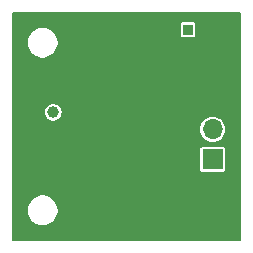
<source format=gbl>
G04 #@! TF.GenerationSoftware,KiCad,Pcbnew,8.0.8*
G04 #@! TF.CreationDate,2025-02-12T17:11:10-06:00*
G04 #@! TF.ProjectId,Tunnleing_Amp,54756e6e-6c65-4696-9e67-5f416d702e6b,rev?*
G04 #@! TF.SameCoordinates,Original*
G04 #@! TF.FileFunction,Copper,L4,Bot*
G04 #@! TF.FilePolarity,Positive*
%FSLAX46Y46*%
G04 Gerber Fmt 4.6, Leading zero omitted, Abs format (unit mm)*
G04 Created by KiCad (PCBNEW 8.0.8) date 2025-02-12 17:11:10*
%MOMM*%
%LPD*%
G01*
G04 APERTURE LIST*
G04 #@! TA.AperFunction,ComponentPad*
%ADD10R,0.850000X0.850000*%
G04 #@! TD*
G04 #@! TA.AperFunction,ComponentPad*
%ADD11R,1.700000X1.700000*%
G04 #@! TD*
G04 #@! TA.AperFunction,ComponentPad*
%ADD12O,1.700000X1.700000*%
G04 #@! TD*
G04 #@! TA.AperFunction,ViaPad*
%ADD13C,0.600000*%
G04 #@! TD*
G04 #@! TA.AperFunction,ViaPad*
%ADD14C,1.000000*%
G04 #@! TD*
G04 APERTURE END LIST*
D10*
X106800000Y-49900000D03*
D11*
X108900000Y-60875000D03*
D12*
X108900000Y-58335000D03*
D13*
X100700000Y-51636919D03*
X105800000Y-58800000D03*
X98900000Y-53100000D03*
X96600000Y-57475000D03*
X99300000Y-54700000D03*
X105900000Y-61970000D03*
X101100000Y-53800000D03*
X94900000Y-57800000D03*
X101100000Y-55700000D03*
X105900000Y-57230000D03*
X97600000Y-57475000D03*
X95806140Y-55986186D03*
X98500000Y-56300000D03*
X109800000Y-56000000D03*
X98900000Y-52200000D03*
X96600000Y-56325000D03*
X101365000Y-56889000D03*
X99300000Y-53800000D03*
X105200000Y-61150000D03*
X105200000Y-58050000D03*
X98900000Y-51400000D03*
X99800000Y-58300000D03*
X98500000Y-57500000D03*
X109800000Y-63200000D03*
X100095000Y-62311000D03*
X106450000Y-59600000D03*
X94300000Y-56900000D03*
X94900000Y-56000000D03*
X109350000Y-65700000D03*
X105800000Y-60400000D03*
X101965000Y-58300000D03*
X95847215Y-57794429D03*
X99800000Y-51400000D03*
X98800000Y-58300000D03*
X99300000Y-55600000D03*
X109350000Y-53500000D03*
X108200000Y-56000000D03*
X97600000Y-56300000D03*
X101100000Y-54700000D03*
X108200000Y-63200000D03*
X100765000Y-58300000D03*
D14*
X95400000Y-56900000D03*
G04 #@! TA.AperFunction,Conductor*
G36*
X98000000Y-56100000D02*
G01*
X98000000Y-57700000D01*
X97100000Y-58200000D01*
X94500000Y-58200000D01*
X93900000Y-57500000D01*
X93900000Y-56900000D01*
X94694355Y-56900000D01*
X94714859Y-57068869D01*
X94714860Y-57068874D01*
X94775182Y-57227931D01*
X94837475Y-57318177D01*
X94871817Y-57367929D01*
X94977505Y-57461560D01*
X94999150Y-57480736D01*
X95149773Y-57559789D01*
X95149775Y-57559790D01*
X95314944Y-57600500D01*
X95485056Y-57600500D01*
X95650225Y-57559790D01*
X95764144Y-57500000D01*
X95800849Y-57480736D01*
X95800850Y-57480734D01*
X95800852Y-57480734D01*
X95928183Y-57367929D01*
X96024818Y-57227930D01*
X96085140Y-57068872D01*
X96105645Y-56900000D01*
X96085140Y-56731128D01*
X96024818Y-56572070D01*
X95928183Y-56432071D01*
X95800852Y-56319266D01*
X95800849Y-56319263D01*
X95650226Y-56240210D01*
X95485056Y-56199500D01*
X95314944Y-56199500D01*
X95149773Y-56240210D01*
X94999150Y-56319263D01*
X94871816Y-56432072D01*
X94775182Y-56572068D01*
X94714860Y-56731125D01*
X94714859Y-56731130D01*
X94694355Y-56900000D01*
X93900000Y-56900000D01*
X93900000Y-56400000D01*
X94500000Y-55600000D01*
X97100000Y-55600000D01*
X98000000Y-56100000D01*
G37*
G04 #@! TD.AperFunction*
G04 #@! TA.AperFunction,Conductor*
G36*
X111242539Y-48420185D02*
G01*
X111288294Y-48472989D01*
X111299500Y-48524500D01*
X111299500Y-67675500D01*
X111279815Y-67742539D01*
X111227011Y-67788294D01*
X111175500Y-67799500D01*
X92024500Y-67799500D01*
X91957461Y-67779815D01*
X91911706Y-67727011D01*
X91900500Y-67675500D01*
X91900500Y-65100790D01*
X93239500Y-65100790D01*
X93239500Y-65299209D01*
X93270536Y-65495162D01*
X93270537Y-65495168D01*
X93317140Y-65638596D01*
X93331850Y-65683868D01*
X93393021Y-65803922D01*
X93421923Y-65860646D01*
X93538544Y-66021161D01*
X93678839Y-66161456D01*
X93839354Y-66278077D01*
X93952800Y-66335880D01*
X94016131Y-66368149D01*
X94016133Y-66368149D01*
X94016136Y-66368151D01*
X94204832Y-66429463D01*
X94302814Y-66444981D01*
X94400791Y-66460500D01*
X94400796Y-66460500D01*
X94599209Y-66460500D01*
X94688278Y-66446392D01*
X94795168Y-66429463D01*
X94983864Y-66368151D01*
X95160646Y-66278077D01*
X95321161Y-66161456D01*
X95461456Y-66021161D01*
X95578077Y-65860646D01*
X95668151Y-65683864D01*
X95729463Y-65495168D01*
X95746392Y-65388278D01*
X95760500Y-65299209D01*
X95760500Y-65100790D01*
X95743570Y-64993906D01*
X95729463Y-64904832D01*
X95668151Y-64716136D01*
X95668149Y-64716133D01*
X95668149Y-64716131D01*
X95635880Y-64652800D01*
X95578077Y-64539354D01*
X95461456Y-64378839D01*
X95321161Y-64238544D01*
X95160646Y-64121923D01*
X95103922Y-64093021D01*
X94983868Y-64031850D01*
X94938596Y-64017140D01*
X94795168Y-63970537D01*
X94795162Y-63970536D01*
X94599209Y-63939500D01*
X94599204Y-63939500D01*
X94400796Y-63939500D01*
X94400791Y-63939500D01*
X94204837Y-63970536D01*
X94204835Y-63970536D01*
X94204832Y-63970537D01*
X94110484Y-64001193D01*
X94016131Y-64031850D01*
X93839352Y-64121924D01*
X93839349Y-64121926D01*
X93753255Y-64184477D01*
X93678839Y-64238544D01*
X93678837Y-64238546D01*
X93678836Y-64238546D01*
X93538546Y-64378836D01*
X93538546Y-64378837D01*
X93538544Y-64378839D01*
X93484477Y-64453255D01*
X93421926Y-64539349D01*
X93421924Y-64539352D01*
X93331850Y-64716131D01*
X93301193Y-64810484D01*
X93270537Y-64904832D01*
X93270536Y-64904835D01*
X93270536Y-64904837D01*
X93239500Y-65100790D01*
X91900500Y-65100790D01*
X91900500Y-60005247D01*
X107849500Y-60005247D01*
X107849500Y-61744752D01*
X107861131Y-61803229D01*
X107861132Y-61803230D01*
X107905447Y-61869552D01*
X107971769Y-61913867D01*
X107971770Y-61913868D01*
X108030247Y-61925499D01*
X108030250Y-61925500D01*
X108030252Y-61925500D01*
X109769750Y-61925500D01*
X109769751Y-61925499D01*
X109784568Y-61922552D01*
X109828229Y-61913868D01*
X109828229Y-61913867D01*
X109828231Y-61913867D01*
X109894552Y-61869552D01*
X109938867Y-61803231D01*
X109938867Y-61803229D01*
X109938868Y-61803229D01*
X109950499Y-61744752D01*
X109950500Y-61744750D01*
X109950500Y-60005249D01*
X109950499Y-60005247D01*
X109938868Y-59946770D01*
X109938867Y-59946769D01*
X109894552Y-59880447D01*
X109828230Y-59836132D01*
X109828229Y-59836131D01*
X109769752Y-59824500D01*
X109769748Y-59824500D01*
X108030252Y-59824500D01*
X108030247Y-59824500D01*
X107971770Y-59836131D01*
X107971769Y-59836132D01*
X107905447Y-59880447D01*
X107861132Y-59946769D01*
X107861131Y-59946770D01*
X107849500Y-60005247D01*
X91900500Y-60005247D01*
X91900500Y-58335000D01*
X107844417Y-58335000D01*
X107864699Y-58540932D01*
X107864700Y-58540934D01*
X107924768Y-58738954D01*
X108022315Y-58921450D01*
X108022317Y-58921452D01*
X108153589Y-59081410D01*
X108250209Y-59160702D01*
X108313550Y-59212685D01*
X108496046Y-59310232D01*
X108694066Y-59370300D01*
X108694065Y-59370300D01*
X108712529Y-59372118D01*
X108900000Y-59390583D01*
X109105934Y-59370300D01*
X109303954Y-59310232D01*
X109486450Y-59212685D01*
X109646410Y-59081410D01*
X109777685Y-58921450D01*
X109875232Y-58738954D01*
X109935300Y-58540934D01*
X109955583Y-58335000D01*
X109935300Y-58129066D01*
X109875232Y-57931046D01*
X109777685Y-57748550D01*
X109725702Y-57685209D01*
X109646410Y-57588589D01*
X109486452Y-57457317D01*
X109486453Y-57457317D01*
X109486450Y-57457315D01*
X109303954Y-57359768D01*
X109105934Y-57299700D01*
X109105932Y-57299699D01*
X109105934Y-57299699D01*
X108900000Y-57279417D01*
X108694067Y-57299699D01*
X108496043Y-57359769D01*
X108385898Y-57418643D01*
X108313550Y-57457315D01*
X108313548Y-57457316D01*
X108313547Y-57457317D01*
X108153589Y-57588589D01*
X108022317Y-57748547D01*
X107924769Y-57931043D01*
X107864699Y-58129067D01*
X107844417Y-58335000D01*
X91900500Y-58335000D01*
X91900500Y-56400000D01*
X93900000Y-56400000D01*
X93900000Y-57500000D01*
X94500000Y-58200000D01*
X97100000Y-58200000D01*
X98000000Y-57700000D01*
X98000000Y-56100000D01*
X97100000Y-55600000D01*
X94500000Y-55600000D01*
X93900000Y-56400000D01*
X91900500Y-56400000D01*
X91900500Y-50900790D01*
X93239500Y-50900790D01*
X93239500Y-51099209D01*
X93270536Y-51295162D01*
X93270537Y-51295168D01*
X93317140Y-51438596D01*
X93331850Y-51483868D01*
X93393021Y-51603922D01*
X93421923Y-51660646D01*
X93538544Y-51821161D01*
X93678839Y-51961456D01*
X93839354Y-52078077D01*
X93952800Y-52135880D01*
X94016131Y-52168149D01*
X94016133Y-52168149D01*
X94016136Y-52168151D01*
X94204832Y-52229463D01*
X94302814Y-52244981D01*
X94400791Y-52260500D01*
X94400796Y-52260500D01*
X94599209Y-52260500D01*
X94688278Y-52246392D01*
X94795168Y-52229463D01*
X94983864Y-52168151D01*
X95160646Y-52078077D01*
X95321161Y-51961456D01*
X95461456Y-51821161D01*
X95578077Y-51660646D01*
X95668151Y-51483864D01*
X95729463Y-51295168D01*
X95746392Y-51188278D01*
X95760500Y-51099209D01*
X95760500Y-50900790D01*
X95743570Y-50793906D01*
X95729463Y-50704832D01*
X95668151Y-50516136D01*
X95668149Y-50516133D01*
X95668149Y-50516131D01*
X95635880Y-50452800D01*
X95578077Y-50339354D01*
X95461456Y-50178839D01*
X95321161Y-50038544D01*
X95160646Y-49921923D01*
X95103922Y-49893021D01*
X94983868Y-49831850D01*
X94938596Y-49817140D01*
X94795168Y-49770537D01*
X94795162Y-49770536D01*
X94599209Y-49739500D01*
X94599204Y-49739500D01*
X94400796Y-49739500D01*
X94400791Y-49739500D01*
X94204837Y-49770536D01*
X94204835Y-49770536D01*
X94204832Y-49770537D01*
X94110484Y-49801193D01*
X94016131Y-49831850D01*
X93839352Y-49921924D01*
X93839349Y-49921926D01*
X93753255Y-49984477D01*
X93678839Y-50038544D01*
X93678837Y-50038546D01*
X93678836Y-50038546D01*
X93538546Y-50178836D01*
X93538546Y-50178837D01*
X93538544Y-50178839D01*
X93484477Y-50253255D01*
X93421926Y-50339349D01*
X93421924Y-50339352D01*
X93331850Y-50516131D01*
X93328806Y-50525500D01*
X93270537Y-50704832D01*
X93270536Y-50704835D01*
X93270536Y-50704837D01*
X93239500Y-50900790D01*
X91900500Y-50900790D01*
X91900500Y-49455247D01*
X106174500Y-49455247D01*
X106174500Y-50344752D01*
X106186131Y-50403229D01*
X106186132Y-50403230D01*
X106230447Y-50469552D01*
X106296769Y-50513867D01*
X106296770Y-50513868D01*
X106355247Y-50525499D01*
X106355250Y-50525500D01*
X106355252Y-50525500D01*
X107244750Y-50525500D01*
X107244751Y-50525499D01*
X107259568Y-50522552D01*
X107303229Y-50513868D01*
X107303229Y-50513867D01*
X107303231Y-50513867D01*
X107369552Y-50469552D01*
X107413867Y-50403231D01*
X107413867Y-50403229D01*
X107413868Y-50403229D01*
X107425499Y-50344752D01*
X107425500Y-50344750D01*
X107425500Y-49455249D01*
X107425499Y-49455247D01*
X107413868Y-49396770D01*
X107413867Y-49396769D01*
X107369552Y-49330447D01*
X107303230Y-49286132D01*
X107303229Y-49286131D01*
X107244752Y-49274500D01*
X107244748Y-49274500D01*
X106355252Y-49274500D01*
X106355247Y-49274500D01*
X106296770Y-49286131D01*
X106296769Y-49286132D01*
X106230447Y-49330447D01*
X106186132Y-49396769D01*
X106186131Y-49396770D01*
X106174500Y-49455247D01*
X91900500Y-49455247D01*
X91900500Y-48524500D01*
X91920185Y-48457461D01*
X91972989Y-48411706D01*
X92024500Y-48400500D01*
X111175500Y-48400500D01*
X111242539Y-48420185D01*
G37*
G04 #@! TD.AperFunction*
M02*

</source>
